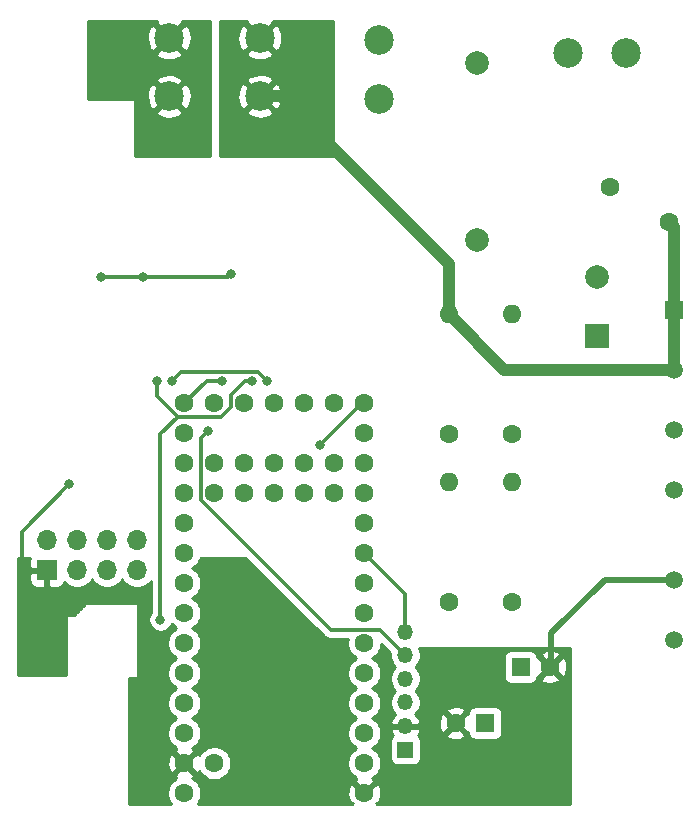
<source format=gbr>
G04 #@! TF.GenerationSoftware,KiCad,Pcbnew,(5.1.5)-3*
G04 #@! TF.CreationDate,2021-03-20T13:22:12+01:00*
G04 #@! TF.ProjectId,ACS71020_complete_teensy,41435337-3130-4323-905f-636f6d706c65,rev?*
G04 #@! TF.SameCoordinates,Original*
G04 #@! TF.FileFunction,Copper,L2,Bot*
G04 #@! TF.FilePolarity,Positive*
%FSLAX46Y46*%
G04 Gerber Fmt 4.6, Leading zero omitted, Abs format (unit mm)*
G04 Created by KiCad (PCBNEW (5.1.5)-3) date 2021-03-20 13:22:13*
%MOMM*%
%LPD*%
G04 APERTURE LIST*
%ADD10O,1.350000X1.350000*%
%ADD11R,1.350000X1.350000*%
%ADD12O,1.700000X1.700000*%
%ADD13R,1.700000X1.700000*%
%ADD14C,2.000000*%
%ADD15R,1.508000X1.508000*%
%ADD16C,1.508000*%
%ADD17C,1.600000*%
%ADD18C,2.500000*%
%ADD19R,2.000000X2.000000*%
%ADD20O,1.600000X1.600000*%
%ADD21R,1.600000X1.600000*%
%ADD22C,0.800000*%
%ADD23C,0.500000*%
%ADD24C,0.300000*%
%ADD25C,1.000000*%
%ADD26C,0.254000*%
G04 APERTURE END LIST*
D10*
X100000000Y-173250000D03*
X100000000Y-175250000D03*
X100000000Y-177250000D03*
X100000000Y-179250000D03*
X100000000Y-181250000D03*
D11*
X100000000Y-183250000D03*
D12*
X77270000Y-165530000D03*
X77270000Y-168070000D03*
X74730000Y-165530000D03*
X74730000Y-168070000D03*
X72190000Y-165530000D03*
X72190000Y-168070000D03*
X69650000Y-165530000D03*
D13*
X69650000Y-168070000D03*
D14*
X106045000Y-125088000D03*
X106045000Y-140088000D03*
D15*
X122700000Y-146000000D03*
D16*
X122700000Y-151080000D03*
X122700000Y-156160000D03*
X122700000Y-161240000D03*
X122700000Y-168860000D03*
X122700000Y-173940000D03*
D17*
X88900000Y-153924000D03*
X86360000Y-153924000D03*
X83820000Y-153924000D03*
X81280000Y-153924000D03*
X91440000Y-153924000D03*
X93980000Y-153924000D03*
X96520000Y-153924000D03*
X81280000Y-156464000D03*
X81280000Y-159004000D03*
X81280000Y-161544000D03*
X81280000Y-164084000D03*
X81280000Y-166624000D03*
X81280000Y-169164000D03*
X81280000Y-171704000D03*
X81280000Y-174244000D03*
X81280000Y-176784000D03*
X81280000Y-179324000D03*
X81280000Y-181864000D03*
X81280000Y-184404000D03*
X81280000Y-186944000D03*
X83820000Y-184404000D03*
X96520000Y-156464000D03*
X96520000Y-159004000D03*
X96520000Y-161544000D03*
X96520000Y-164084000D03*
X96520000Y-166624000D03*
X96520000Y-169164000D03*
X96520000Y-171704000D03*
X96520000Y-174244000D03*
X96520000Y-176784000D03*
X96520000Y-179324000D03*
X96520000Y-181864000D03*
X96520000Y-184404000D03*
X96520000Y-186944000D03*
X83820000Y-159004000D03*
X83820000Y-161544000D03*
X86360000Y-159004000D03*
X86360000Y-161544000D03*
X88900000Y-159004000D03*
X88900000Y-161544000D03*
X91440000Y-159004000D03*
X91440000Y-161544000D03*
X93980000Y-159004000D03*
X93980000Y-161544000D03*
D18*
X113730000Y-124265000D03*
X118680000Y-124265000D03*
D14*
X116205000Y-143193000D03*
D19*
X116205000Y-148193000D03*
D18*
X97790000Y-128140000D03*
X97790000Y-123190000D03*
X87668100Y-127936800D03*
X87668100Y-122986800D03*
X80010000Y-122999500D03*
X80010000Y-127949500D03*
D20*
X109000000Y-146389000D03*
D17*
X109000000Y-156549000D03*
X103660000Y-156549000D03*
D20*
X103660000Y-146389000D03*
D17*
X109000000Y-170750000D03*
D20*
X109000000Y-160590000D03*
X103660000Y-160613000D03*
D17*
X103660000Y-170773000D03*
X117300000Y-135600000D03*
X122300000Y-138600000D03*
D21*
X109750000Y-176250000D03*
D17*
X112250000Y-176250000D03*
X104250000Y-181000000D03*
D21*
X106750000Y-181000000D03*
D22*
X88250000Y-152000000D03*
X80250000Y-152000000D03*
X71555000Y-160800000D03*
X77750000Y-143250000D03*
X85250000Y-143000000D03*
X74250000Y-143250000D03*
X82804000Y-124968000D03*
X82804000Y-126492000D03*
X82804000Y-128016000D03*
X82804000Y-123444000D03*
X82804000Y-121920000D03*
X78232000Y-125730000D03*
X79000000Y-152000000D03*
X87000000Y-152000000D03*
X79250000Y-172250000D03*
X84900000Y-121900000D03*
X84900000Y-123400000D03*
X84900000Y-125000000D03*
X84900000Y-126500000D03*
X84900000Y-128000000D03*
X84500000Y-152000000D03*
X83250000Y-156250000D03*
X92750000Y-157500000D03*
D23*
X112355000Y-173395000D02*
X112355000Y-176403000D01*
X116890000Y-168860000D02*
X122700000Y-168860000D01*
X112355000Y-173395000D02*
X116890000Y-168860000D01*
D24*
X81000001Y-151249999D02*
X80250000Y-152000000D01*
X88250000Y-152000000D02*
X87499999Y-151249999D01*
X87499999Y-151249999D02*
X81000001Y-151249999D01*
X71555000Y-160800000D02*
X67500000Y-164855000D01*
X67500000Y-164855000D02*
X67500000Y-167250000D01*
X68320000Y-168070000D02*
X69650000Y-168070000D01*
X67500000Y-167250000D02*
X68320000Y-168070000D01*
X85000000Y-143250000D02*
X85250000Y-143000000D01*
X77750000Y-143250000D02*
X85000000Y-143250000D01*
X77750000Y-143250000D02*
X74250000Y-143250000D01*
X86434315Y-152000000D02*
X87000000Y-152000000D01*
X85209999Y-153224316D02*
X86434315Y-152000000D01*
X79000000Y-152000000D02*
X79000000Y-153346002D01*
X80727999Y-155074001D02*
X84372001Y-155074001D01*
X79000000Y-153346002D02*
X80727999Y-155074001D01*
X84372001Y-155074001D02*
X85209999Y-154236003D01*
X85209999Y-154236003D02*
X85209999Y-153224316D01*
X79250000Y-156552000D02*
X79250000Y-172250000D01*
X80727999Y-155074001D02*
X79250000Y-156552000D01*
D25*
X89435866Y-127936800D02*
X103660000Y-142160934D01*
X87668100Y-127936800D02*
X89435866Y-127936800D01*
X103660000Y-146389000D02*
X108351000Y-151080000D01*
X103660000Y-142160934D02*
X103660000Y-146389000D01*
X108351000Y-151080000D02*
X122700000Y-151080000D01*
X122700000Y-139000000D02*
X122300000Y-138600000D01*
X122700000Y-146000000D02*
X122700000Y-139000000D01*
X122700000Y-151080000D02*
X122700000Y-146000000D01*
D24*
X81280000Y-153924000D02*
X83204000Y-152000000D01*
X83204000Y-152000000D02*
X84500000Y-152000000D01*
X99325001Y-174575001D02*
X100000000Y-175250000D01*
X93667997Y-173093999D02*
X97843999Y-173093999D01*
X97843999Y-173093999D02*
X99325001Y-174575001D01*
X82669999Y-162096001D02*
X93667997Y-173093999D01*
X82669999Y-156830001D02*
X82669999Y-162096001D01*
X83250000Y-156250000D02*
X82669999Y-156830001D01*
X96326000Y-153924000D02*
X96520000Y-153924000D01*
X92750000Y-157500000D02*
X96326000Y-153924000D01*
X100000000Y-170104000D02*
X96520000Y-166624000D01*
X100000000Y-173250000D02*
X100000000Y-170104000D01*
D26*
G36*
X86534100Y-121673195D02*
G01*
X87668100Y-122807195D01*
X88802100Y-121673195D01*
X88743829Y-121539000D01*
X93873000Y-121539000D01*
X93873000Y-132969000D01*
X84328000Y-132969000D01*
X84328000Y-129250405D01*
X86534100Y-129250405D01*
X86660014Y-129540377D01*
X86992226Y-129706233D01*
X87350412Y-129804090D01*
X87720806Y-129830189D01*
X88089175Y-129783525D01*
X88441362Y-129665894D01*
X88676186Y-129540377D01*
X88802100Y-129250405D01*
X87668100Y-128116405D01*
X86534100Y-129250405D01*
X84328000Y-129250405D01*
X84328000Y-127989506D01*
X85774711Y-127989506D01*
X85821375Y-128357875D01*
X85939006Y-128710062D01*
X86064523Y-128944886D01*
X86354495Y-129070800D01*
X87488495Y-127936800D01*
X87847705Y-127936800D01*
X88981705Y-129070800D01*
X89271677Y-128944886D01*
X89437533Y-128612674D01*
X89535390Y-128254488D01*
X89561489Y-127884094D01*
X89514825Y-127515725D01*
X89397194Y-127163538D01*
X89271677Y-126928714D01*
X88981705Y-126802800D01*
X87847705Y-127936800D01*
X87488495Y-127936800D01*
X86354495Y-126802800D01*
X86064523Y-126928714D01*
X85898667Y-127260926D01*
X85800810Y-127619112D01*
X85774711Y-127989506D01*
X84328000Y-127989506D01*
X84328000Y-126623195D01*
X86534100Y-126623195D01*
X87668100Y-127757195D01*
X88802100Y-126623195D01*
X88676186Y-126333223D01*
X88343974Y-126167367D01*
X87985788Y-126069510D01*
X87615394Y-126043411D01*
X87247025Y-126090075D01*
X86894838Y-126207706D01*
X86660014Y-126333223D01*
X86534100Y-126623195D01*
X84328000Y-126623195D01*
X84328000Y-124300405D01*
X86534100Y-124300405D01*
X86660014Y-124590377D01*
X86992226Y-124756233D01*
X87350412Y-124854090D01*
X87720806Y-124880189D01*
X88089175Y-124833525D01*
X88441362Y-124715894D01*
X88676186Y-124590377D01*
X88802100Y-124300405D01*
X87668100Y-123166405D01*
X86534100Y-124300405D01*
X84328000Y-124300405D01*
X84328000Y-123039506D01*
X85774711Y-123039506D01*
X85821375Y-123407875D01*
X85939006Y-123760062D01*
X86064523Y-123994886D01*
X86354495Y-124120800D01*
X87488495Y-122986800D01*
X87847705Y-122986800D01*
X88981705Y-124120800D01*
X89271677Y-123994886D01*
X89437533Y-123662674D01*
X89535390Y-123304488D01*
X89561489Y-122934094D01*
X89514825Y-122565725D01*
X89397194Y-122213538D01*
X89271677Y-121978714D01*
X88981705Y-121852800D01*
X87847705Y-122986800D01*
X87488495Y-122986800D01*
X86354495Y-121852800D01*
X86064523Y-121978714D01*
X85898667Y-122310926D01*
X85800810Y-122669112D01*
X85774711Y-123039506D01*
X84328000Y-123039506D01*
X84328000Y-121539000D01*
X86592371Y-121539000D01*
X86534100Y-121673195D01*
G37*
X86534100Y-121673195D02*
X87668100Y-122807195D01*
X88802100Y-121673195D01*
X88743829Y-121539000D01*
X93873000Y-121539000D01*
X93873000Y-132969000D01*
X84328000Y-132969000D01*
X84328000Y-129250405D01*
X86534100Y-129250405D01*
X86660014Y-129540377D01*
X86992226Y-129706233D01*
X87350412Y-129804090D01*
X87720806Y-129830189D01*
X88089175Y-129783525D01*
X88441362Y-129665894D01*
X88676186Y-129540377D01*
X88802100Y-129250405D01*
X87668100Y-128116405D01*
X86534100Y-129250405D01*
X84328000Y-129250405D01*
X84328000Y-127989506D01*
X85774711Y-127989506D01*
X85821375Y-128357875D01*
X85939006Y-128710062D01*
X86064523Y-128944886D01*
X86354495Y-129070800D01*
X87488495Y-127936800D01*
X87847705Y-127936800D01*
X88981705Y-129070800D01*
X89271677Y-128944886D01*
X89437533Y-128612674D01*
X89535390Y-128254488D01*
X89561489Y-127884094D01*
X89514825Y-127515725D01*
X89397194Y-127163538D01*
X89271677Y-126928714D01*
X88981705Y-126802800D01*
X87847705Y-127936800D01*
X87488495Y-127936800D01*
X86354495Y-126802800D01*
X86064523Y-126928714D01*
X85898667Y-127260926D01*
X85800810Y-127619112D01*
X85774711Y-127989506D01*
X84328000Y-127989506D01*
X84328000Y-126623195D01*
X86534100Y-126623195D01*
X87668100Y-127757195D01*
X88802100Y-126623195D01*
X88676186Y-126333223D01*
X88343974Y-126167367D01*
X87985788Y-126069510D01*
X87615394Y-126043411D01*
X87247025Y-126090075D01*
X86894838Y-126207706D01*
X86660014Y-126333223D01*
X86534100Y-126623195D01*
X84328000Y-126623195D01*
X84328000Y-124300405D01*
X86534100Y-124300405D01*
X86660014Y-124590377D01*
X86992226Y-124756233D01*
X87350412Y-124854090D01*
X87720806Y-124880189D01*
X88089175Y-124833525D01*
X88441362Y-124715894D01*
X88676186Y-124590377D01*
X88802100Y-124300405D01*
X87668100Y-123166405D01*
X86534100Y-124300405D01*
X84328000Y-124300405D01*
X84328000Y-123039506D01*
X85774711Y-123039506D01*
X85821375Y-123407875D01*
X85939006Y-123760062D01*
X86064523Y-123994886D01*
X86354495Y-124120800D01*
X87488495Y-122986800D01*
X87847705Y-122986800D01*
X88981705Y-124120800D01*
X89271677Y-123994886D01*
X89437533Y-123662674D01*
X89535390Y-123304488D01*
X89561489Y-122934094D01*
X89514825Y-122565725D01*
X89397194Y-122213538D01*
X89271677Y-121978714D01*
X88981705Y-121852800D01*
X87847705Y-122986800D01*
X87488495Y-122986800D01*
X86354495Y-121852800D01*
X86064523Y-121978714D01*
X85898667Y-122310926D01*
X85800810Y-122669112D01*
X85774711Y-123039506D01*
X84328000Y-123039506D01*
X84328000Y-121539000D01*
X86592371Y-121539000D01*
X86534100Y-121673195D01*
G36*
X78940546Y-121537249D02*
G01*
X78876000Y-121685895D01*
X80010000Y-122819895D01*
X81144000Y-121685895D01*
X81079805Y-121538059D01*
X83439000Y-121538952D01*
X83439000Y-132968952D01*
X77127000Y-132966562D01*
X77127000Y-129263105D01*
X78876000Y-129263105D01*
X79001914Y-129553077D01*
X79334126Y-129718933D01*
X79692312Y-129816790D01*
X80062706Y-129842889D01*
X80431075Y-129796225D01*
X80783262Y-129678594D01*
X81018086Y-129553077D01*
X81144000Y-129263105D01*
X80010000Y-128129105D01*
X78876000Y-129263105D01*
X77127000Y-129263105D01*
X77127000Y-128250000D01*
X77124560Y-128225224D01*
X77117333Y-128201399D01*
X77105597Y-128179443D01*
X77089803Y-128160197D01*
X77070557Y-128144403D01*
X77048601Y-128132667D01*
X77024776Y-128125440D01*
X77000000Y-128123000D01*
X73127000Y-128123000D01*
X73127000Y-128002206D01*
X78116611Y-128002206D01*
X78163275Y-128370575D01*
X78280906Y-128722762D01*
X78406423Y-128957586D01*
X78696395Y-129083500D01*
X79830395Y-127949500D01*
X80189605Y-127949500D01*
X81323605Y-129083500D01*
X81613577Y-128957586D01*
X81779433Y-128625374D01*
X81877290Y-128267188D01*
X81903389Y-127896794D01*
X81856725Y-127528425D01*
X81739094Y-127176238D01*
X81613577Y-126941414D01*
X81323605Y-126815500D01*
X80189605Y-127949500D01*
X79830395Y-127949500D01*
X78696395Y-126815500D01*
X78406423Y-126941414D01*
X78240567Y-127273626D01*
X78142710Y-127631812D01*
X78116611Y-128002206D01*
X73127000Y-128002206D01*
X73127000Y-126635895D01*
X78876000Y-126635895D01*
X80010000Y-127769895D01*
X81144000Y-126635895D01*
X81018086Y-126345923D01*
X80685874Y-126180067D01*
X80327688Y-126082210D01*
X79957294Y-126056111D01*
X79588925Y-126102775D01*
X79236738Y-126220406D01*
X79001914Y-126345923D01*
X78876000Y-126635895D01*
X73127000Y-126635895D01*
X73127000Y-124313105D01*
X78876000Y-124313105D01*
X79001914Y-124603077D01*
X79334126Y-124768933D01*
X79692312Y-124866790D01*
X80062706Y-124892889D01*
X80431075Y-124846225D01*
X80783262Y-124728594D01*
X81018086Y-124603077D01*
X81144000Y-124313105D01*
X80010000Y-123179105D01*
X78876000Y-124313105D01*
X73127000Y-124313105D01*
X73127000Y-123052206D01*
X78116611Y-123052206D01*
X78163275Y-123420575D01*
X78280906Y-123772762D01*
X78406423Y-124007586D01*
X78696395Y-124133500D01*
X79830395Y-122999500D01*
X80189605Y-122999500D01*
X81323605Y-124133500D01*
X81613577Y-124007586D01*
X81779433Y-123675374D01*
X81877290Y-123317188D01*
X81903389Y-122946794D01*
X81856725Y-122578425D01*
X81739094Y-122226238D01*
X81613577Y-121991414D01*
X81323605Y-121865500D01*
X80189605Y-122999500D01*
X79830395Y-122999500D01*
X78696395Y-121865500D01*
X78406423Y-121991414D01*
X78240567Y-122323626D01*
X78142710Y-122681812D01*
X78116611Y-123052206D01*
X73127000Y-123052206D01*
X73127000Y-121535048D01*
X78940546Y-121537249D01*
G37*
X78940546Y-121537249D02*
X78876000Y-121685895D01*
X80010000Y-122819895D01*
X81144000Y-121685895D01*
X81079805Y-121538059D01*
X83439000Y-121538952D01*
X83439000Y-132968952D01*
X77127000Y-132966562D01*
X77127000Y-129263105D01*
X78876000Y-129263105D01*
X79001914Y-129553077D01*
X79334126Y-129718933D01*
X79692312Y-129816790D01*
X80062706Y-129842889D01*
X80431075Y-129796225D01*
X80783262Y-129678594D01*
X81018086Y-129553077D01*
X81144000Y-129263105D01*
X80010000Y-128129105D01*
X78876000Y-129263105D01*
X77127000Y-129263105D01*
X77127000Y-128250000D01*
X77124560Y-128225224D01*
X77117333Y-128201399D01*
X77105597Y-128179443D01*
X77089803Y-128160197D01*
X77070557Y-128144403D01*
X77048601Y-128132667D01*
X77024776Y-128125440D01*
X77000000Y-128123000D01*
X73127000Y-128123000D01*
X73127000Y-128002206D01*
X78116611Y-128002206D01*
X78163275Y-128370575D01*
X78280906Y-128722762D01*
X78406423Y-128957586D01*
X78696395Y-129083500D01*
X79830395Y-127949500D01*
X80189605Y-127949500D01*
X81323605Y-129083500D01*
X81613577Y-128957586D01*
X81779433Y-128625374D01*
X81877290Y-128267188D01*
X81903389Y-127896794D01*
X81856725Y-127528425D01*
X81739094Y-127176238D01*
X81613577Y-126941414D01*
X81323605Y-126815500D01*
X80189605Y-127949500D01*
X79830395Y-127949500D01*
X78696395Y-126815500D01*
X78406423Y-126941414D01*
X78240567Y-127273626D01*
X78142710Y-127631812D01*
X78116611Y-128002206D01*
X73127000Y-128002206D01*
X73127000Y-126635895D01*
X78876000Y-126635895D01*
X80010000Y-127769895D01*
X81144000Y-126635895D01*
X81018086Y-126345923D01*
X80685874Y-126180067D01*
X80327688Y-126082210D01*
X79957294Y-126056111D01*
X79588925Y-126102775D01*
X79236738Y-126220406D01*
X79001914Y-126345923D01*
X78876000Y-126635895D01*
X73127000Y-126635895D01*
X73127000Y-124313105D01*
X78876000Y-124313105D01*
X79001914Y-124603077D01*
X79334126Y-124768933D01*
X79692312Y-124866790D01*
X80062706Y-124892889D01*
X80431075Y-124846225D01*
X80783262Y-124728594D01*
X81018086Y-124603077D01*
X81144000Y-124313105D01*
X80010000Y-123179105D01*
X78876000Y-124313105D01*
X73127000Y-124313105D01*
X73127000Y-123052206D01*
X78116611Y-123052206D01*
X78163275Y-123420575D01*
X78280906Y-123772762D01*
X78406423Y-124007586D01*
X78696395Y-124133500D01*
X79830395Y-122999500D01*
X80189605Y-122999500D01*
X81323605Y-124133500D01*
X81613577Y-124007586D01*
X81779433Y-123675374D01*
X81877290Y-123317188D01*
X81903389Y-122946794D01*
X81856725Y-122578425D01*
X81739094Y-122226238D01*
X81613577Y-121991414D01*
X81323605Y-121865500D01*
X80189605Y-122999500D01*
X79830395Y-122999500D01*
X78696395Y-121865500D01*
X78406423Y-121991414D01*
X78240567Y-122323626D01*
X78142710Y-122681812D01*
X78116611Y-123052206D01*
X73127000Y-123052206D01*
X73127000Y-121535048D01*
X78940546Y-121537249D01*
G36*
X68174188Y-167095518D02*
G01*
X68161928Y-167220000D01*
X68165000Y-167784250D01*
X68323750Y-167943000D01*
X69523000Y-167943000D01*
X69523000Y-167923000D01*
X69777000Y-167923000D01*
X69777000Y-167943000D01*
X69797000Y-167943000D01*
X69797000Y-168197000D01*
X69777000Y-168197000D01*
X69777000Y-169396250D01*
X69935750Y-169555000D01*
X70500000Y-169558072D01*
X70624482Y-169545812D01*
X70744180Y-169509502D01*
X70854494Y-169450537D01*
X70951185Y-169371185D01*
X71030537Y-169274494D01*
X71089502Y-169164180D01*
X71111513Y-169091620D01*
X71243368Y-169223475D01*
X71486589Y-169385990D01*
X71756842Y-169497932D01*
X72043740Y-169555000D01*
X72336260Y-169555000D01*
X72623158Y-169497932D01*
X72893411Y-169385990D01*
X73136632Y-169223475D01*
X73343475Y-169016632D01*
X73460000Y-168842240D01*
X73576525Y-169016632D01*
X73783368Y-169223475D01*
X74026589Y-169385990D01*
X74296842Y-169497932D01*
X74583740Y-169555000D01*
X74876260Y-169555000D01*
X75163158Y-169497932D01*
X75433411Y-169385990D01*
X75676632Y-169223475D01*
X75883475Y-169016632D01*
X76000000Y-168842240D01*
X76116525Y-169016632D01*
X76323368Y-169223475D01*
X76566589Y-169385990D01*
X76836842Y-169497932D01*
X77123740Y-169555000D01*
X77416260Y-169555000D01*
X77703158Y-169497932D01*
X77973411Y-169385990D01*
X78216632Y-169223475D01*
X78423475Y-169016632D01*
X78465001Y-168954484D01*
X78465001Y-171571288D01*
X78446063Y-171590226D01*
X78332795Y-171759744D01*
X78254774Y-171948102D01*
X78215000Y-172148061D01*
X78215000Y-172351939D01*
X78254774Y-172551898D01*
X78332795Y-172740256D01*
X78446063Y-172909774D01*
X78590226Y-173053937D01*
X78759744Y-173167205D01*
X78948102Y-173245226D01*
X79148061Y-173285000D01*
X79351939Y-173285000D01*
X79551898Y-173245226D01*
X79740256Y-173167205D01*
X79909774Y-173053937D01*
X80053937Y-172909774D01*
X80167205Y-172740256D01*
X80202251Y-172655647D01*
X80365241Y-172818637D01*
X80597759Y-172974000D01*
X80365241Y-173129363D01*
X80165363Y-173329241D01*
X80008320Y-173564273D01*
X79900147Y-173825426D01*
X79845000Y-174102665D01*
X79845000Y-174385335D01*
X79900147Y-174662574D01*
X80008320Y-174923727D01*
X80165363Y-175158759D01*
X80365241Y-175358637D01*
X80597759Y-175514000D01*
X80365241Y-175669363D01*
X80165363Y-175869241D01*
X80008320Y-176104273D01*
X79900147Y-176365426D01*
X79845000Y-176642665D01*
X79845000Y-176925335D01*
X79900147Y-177202574D01*
X80008320Y-177463727D01*
X80165363Y-177698759D01*
X80365241Y-177898637D01*
X80597759Y-178054000D01*
X80365241Y-178209363D01*
X80165363Y-178409241D01*
X80008320Y-178644273D01*
X79900147Y-178905426D01*
X79845000Y-179182665D01*
X79845000Y-179465335D01*
X79900147Y-179742574D01*
X80008320Y-180003727D01*
X80165363Y-180238759D01*
X80365241Y-180438637D01*
X80597759Y-180594000D01*
X80365241Y-180749363D01*
X80165363Y-180949241D01*
X80008320Y-181184273D01*
X79900147Y-181445426D01*
X79845000Y-181722665D01*
X79845000Y-182005335D01*
X79900147Y-182282574D01*
X80008320Y-182543727D01*
X80165363Y-182778759D01*
X80365241Y-182978637D01*
X80599128Y-183134915D01*
X80538486Y-183167329D01*
X80466903Y-183411298D01*
X81280000Y-184224395D01*
X82093097Y-183411298D01*
X82021514Y-183167329D01*
X81957008Y-183136806D01*
X81959727Y-183135680D01*
X82194759Y-182978637D01*
X82394637Y-182778759D01*
X82551680Y-182543727D01*
X82659853Y-182282574D01*
X82715000Y-182005335D01*
X82715000Y-181722665D01*
X82659853Y-181445426D01*
X82551680Y-181184273D01*
X82394637Y-180949241D01*
X82194759Y-180749363D01*
X81962241Y-180594000D01*
X82194759Y-180438637D01*
X82394637Y-180238759D01*
X82551680Y-180003727D01*
X82659853Y-179742574D01*
X82715000Y-179465335D01*
X82715000Y-179182665D01*
X82659853Y-178905426D01*
X82551680Y-178644273D01*
X82394637Y-178409241D01*
X82194759Y-178209363D01*
X81962241Y-178054000D01*
X82194759Y-177898637D01*
X82394637Y-177698759D01*
X82551680Y-177463727D01*
X82659853Y-177202574D01*
X82715000Y-176925335D01*
X82715000Y-176642665D01*
X82659853Y-176365426D01*
X82551680Y-176104273D01*
X82394637Y-175869241D01*
X82194759Y-175669363D01*
X81962241Y-175514000D01*
X82194759Y-175358637D01*
X82394637Y-175158759D01*
X82551680Y-174923727D01*
X82659853Y-174662574D01*
X82715000Y-174385335D01*
X82715000Y-174102665D01*
X82659853Y-173825426D01*
X82551680Y-173564273D01*
X82394637Y-173329241D01*
X82194759Y-173129363D01*
X81962241Y-172974000D01*
X82194759Y-172818637D01*
X82394637Y-172618759D01*
X82551680Y-172383727D01*
X82659853Y-172122574D01*
X82715000Y-171845335D01*
X82715000Y-171562665D01*
X82659853Y-171285426D01*
X82551680Y-171024273D01*
X82394637Y-170789241D01*
X82194759Y-170589363D01*
X81962241Y-170434000D01*
X82194759Y-170278637D01*
X82394637Y-170078759D01*
X82551680Y-169843727D01*
X82659853Y-169582574D01*
X82715000Y-169305335D01*
X82715000Y-169022665D01*
X82659853Y-168745426D01*
X82551680Y-168484273D01*
X82394637Y-168249241D01*
X82194759Y-168049363D01*
X81962241Y-167894000D01*
X82194759Y-167738637D01*
X82394637Y-167538759D01*
X82551680Y-167303727D01*
X82659853Y-167042574D01*
X82670170Y-166990709D01*
X86456047Y-166992206D01*
X93085655Y-173621815D01*
X93110233Y-173651763D01*
X93140181Y-173676341D01*
X93140184Y-173676344D01*
X93154670Y-173688232D01*
X93229764Y-173749861D01*
X93350405Y-173814344D01*
X93366137Y-173822753D01*
X93514110Y-173867641D01*
X93589023Y-173875019D01*
X93629436Y-173878999D01*
X93629441Y-173878999D01*
X93667997Y-173882796D01*
X93706552Y-173878999D01*
X95129491Y-173878999D01*
X95085000Y-174102665D01*
X95085000Y-174385335D01*
X95140147Y-174662574D01*
X95248320Y-174923727D01*
X95405363Y-175158759D01*
X95605241Y-175358637D01*
X95837759Y-175514000D01*
X95605241Y-175669363D01*
X95405363Y-175869241D01*
X95248320Y-176104273D01*
X95140147Y-176365426D01*
X95085000Y-176642665D01*
X95085000Y-176925335D01*
X95140147Y-177202574D01*
X95248320Y-177463727D01*
X95405363Y-177698759D01*
X95605241Y-177898637D01*
X95837759Y-178054000D01*
X95605241Y-178209363D01*
X95405363Y-178409241D01*
X95248320Y-178644273D01*
X95140147Y-178905426D01*
X95085000Y-179182665D01*
X95085000Y-179465335D01*
X95140147Y-179742574D01*
X95248320Y-180003727D01*
X95405363Y-180238759D01*
X95605241Y-180438637D01*
X95837759Y-180594000D01*
X95605241Y-180749363D01*
X95405363Y-180949241D01*
X95248320Y-181184273D01*
X95140147Y-181445426D01*
X95085000Y-181722665D01*
X95085000Y-182005335D01*
X95140147Y-182282574D01*
X95248320Y-182543727D01*
X95405363Y-182778759D01*
X95605241Y-182978637D01*
X95837759Y-183134000D01*
X95605241Y-183289363D01*
X95405363Y-183489241D01*
X95248320Y-183724273D01*
X95140147Y-183985426D01*
X95085000Y-184262665D01*
X95085000Y-184545335D01*
X95140147Y-184822574D01*
X95248320Y-185083727D01*
X95405363Y-185318759D01*
X95605241Y-185518637D01*
X95839128Y-185674915D01*
X95778486Y-185707329D01*
X95706903Y-185951298D01*
X96520000Y-186764395D01*
X97333097Y-185951298D01*
X97261514Y-185707329D01*
X97197008Y-185676806D01*
X97199727Y-185675680D01*
X97434759Y-185518637D01*
X97634637Y-185318759D01*
X97791680Y-185083727D01*
X97899853Y-184822574D01*
X97955000Y-184545335D01*
X97955000Y-184262665D01*
X97899853Y-183985426D01*
X97791680Y-183724273D01*
X97634637Y-183489241D01*
X97434759Y-183289363D01*
X97202241Y-183134000D01*
X97434759Y-182978637D01*
X97634637Y-182778759D01*
X97770784Y-182575000D01*
X98686928Y-182575000D01*
X98686928Y-183925000D01*
X98699188Y-184049482D01*
X98735498Y-184169180D01*
X98794463Y-184279494D01*
X98873815Y-184376185D01*
X98970506Y-184455537D01*
X99080820Y-184514502D01*
X99200518Y-184550812D01*
X99325000Y-184563072D01*
X100675000Y-184563072D01*
X100799482Y-184550812D01*
X100919180Y-184514502D01*
X101029494Y-184455537D01*
X101126185Y-184376185D01*
X101205537Y-184279494D01*
X101264502Y-184169180D01*
X101300812Y-184049482D01*
X101313072Y-183925000D01*
X101313072Y-182575000D01*
X101300812Y-182450518D01*
X101264502Y-182330820D01*
X101205537Y-182220506D01*
X101126185Y-182123815D01*
X101032441Y-182046881D01*
X101071893Y-181992702D01*
X103436903Y-181992702D01*
X103508486Y-182236671D01*
X103763996Y-182357571D01*
X104038184Y-182426300D01*
X104320512Y-182440217D01*
X104600130Y-182398787D01*
X104866292Y-182303603D01*
X104991514Y-182236671D01*
X105063097Y-181992702D01*
X104250000Y-181179605D01*
X103436903Y-181992702D01*
X101071893Y-181992702D01*
X101129473Y-181913629D01*
X101237238Y-181680528D01*
X101267910Y-181579400D01*
X101144224Y-181377000D01*
X100127000Y-181377000D01*
X100127000Y-181397000D01*
X99873000Y-181397000D01*
X99873000Y-181377000D01*
X98855776Y-181377000D01*
X98732090Y-181579400D01*
X98762762Y-181680528D01*
X98870527Y-181913629D01*
X98967559Y-182046881D01*
X98873815Y-182123815D01*
X98794463Y-182220506D01*
X98735498Y-182330820D01*
X98699188Y-182450518D01*
X98686928Y-182575000D01*
X97770784Y-182575000D01*
X97791680Y-182543727D01*
X97899853Y-182282574D01*
X97955000Y-182005335D01*
X97955000Y-181722665D01*
X97899853Y-181445426D01*
X97791680Y-181184273D01*
X97634637Y-180949241D01*
X97434759Y-180749363D01*
X97202241Y-180594000D01*
X97434759Y-180438637D01*
X97634637Y-180238759D01*
X97791680Y-180003727D01*
X97899853Y-179742574D01*
X97955000Y-179465335D01*
X97955000Y-179182665D01*
X97899853Y-178905426D01*
X97791680Y-178644273D01*
X97634637Y-178409241D01*
X97434759Y-178209363D01*
X97202241Y-178054000D01*
X97434759Y-177898637D01*
X97634637Y-177698759D01*
X97791680Y-177463727D01*
X97899853Y-177202574D01*
X97955000Y-176925335D01*
X97955000Y-176642665D01*
X97899853Y-176365426D01*
X97791680Y-176104273D01*
X97634637Y-175869241D01*
X97434759Y-175669363D01*
X97202241Y-175514000D01*
X97434759Y-175358637D01*
X97634637Y-175158759D01*
X97791680Y-174923727D01*
X97899853Y-174662574D01*
X97955000Y-174385335D01*
X97955000Y-174315157D01*
X98701749Y-175061907D01*
X98690000Y-175120976D01*
X98690000Y-175379024D01*
X98740342Y-175632113D01*
X98839093Y-175870518D01*
X98982456Y-176085077D01*
X99147379Y-176250000D01*
X98982456Y-176414923D01*
X98839093Y-176629482D01*
X98740342Y-176867887D01*
X98690000Y-177120976D01*
X98690000Y-177379024D01*
X98740342Y-177632113D01*
X98839093Y-177870518D01*
X98982456Y-178085077D01*
X99147379Y-178250000D01*
X98982456Y-178414923D01*
X98839093Y-178629482D01*
X98740342Y-178867887D01*
X98690000Y-179120976D01*
X98690000Y-179379024D01*
X98740342Y-179632113D01*
X98839093Y-179870518D01*
X98982456Y-180085077D01*
X99154060Y-180256681D01*
X99021697Y-180378773D01*
X98870527Y-180586371D01*
X98762762Y-180819472D01*
X98732090Y-180920600D01*
X98855776Y-181123000D01*
X99873000Y-181123000D01*
X99873000Y-181103000D01*
X100127000Y-181103000D01*
X100127000Y-181123000D01*
X101144224Y-181123000D01*
X101176299Y-181070512D01*
X102809783Y-181070512D01*
X102851213Y-181350130D01*
X102946397Y-181616292D01*
X103013329Y-181741514D01*
X103257298Y-181813097D01*
X104070395Y-181000000D01*
X104429605Y-181000000D01*
X105242702Y-181813097D01*
X105311928Y-181792785D01*
X105311928Y-181800000D01*
X105324188Y-181924482D01*
X105360498Y-182044180D01*
X105419463Y-182154494D01*
X105498815Y-182251185D01*
X105595506Y-182330537D01*
X105705820Y-182389502D01*
X105825518Y-182425812D01*
X105950000Y-182438072D01*
X107550000Y-182438072D01*
X107674482Y-182425812D01*
X107794180Y-182389502D01*
X107904494Y-182330537D01*
X108001185Y-182251185D01*
X108080537Y-182154494D01*
X108139502Y-182044180D01*
X108175812Y-181924482D01*
X108188072Y-181800000D01*
X108188072Y-180200000D01*
X108175812Y-180075518D01*
X108139502Y-179955820D01*
X108080537Y-179845506D01*
X108001185Y-179748815D01*
X107904494Y-179669463D01*
X107794180Y-179610498D01*
X107674482Y-179574188D01*
X107550000Y-179561928D01*
X105950000Y-179561928D01*
X105825518Y-179574188D01*
X105705820Y-179610498D01*
X105595506Y-179669463D01*
X105498815Y-179748815D01*
X105419463Y-179845506D01*
X105360498Y-179955820D01*
X105324188Y-180075518D01*
X105311928Y-180200000D01*
X105311928Y-180207215D01*
X105242702Y-180186903D01*
X104429605Y-181000000D01*
X104070395Y-181000000D01*
X103257298Y-180186903D01*
X103013329Y-180258486D01*
X102892429Y-180513996D01*
X102823700Y-180788184D01*
X102809783Y-181070512D01*
X101176299Y-181070512D01*
X101267910Y-180920600D01*
X101237238Y-180819472D01*
X101129473Y-180586371D01*
X100978303Y-180378773D01*
X100845940Y-180256681D01*
X101017544Y-180085077D01*
X101069513Y-180007298D01*
X103436903Y-180007298D01*
X104250000Y-180820395D01*
X105063097Y-180007298D01*
X104991514Y-179763329D01*
X104736004Y-179642429D01*
X104461816Y-179573700D01*
X104179488Y-179559783D01*
X103899870Y-179601213D01*
X103633708Y-179696397D01*
X103508486Y-179763329D01*
X103436903Y-180007298D01*
X101069513Y-180007298D01*
X101160907Y-179870518D01*
X101259658Y-179632113D01*
X101310000Y-179379024D01*
X101310000Y-179120976D01*
X101259658Y-178867887D01*
X101160907Y-178629482D01*
X101017544Y-178414923D01*
X100852621Y-178250000D01*
X101017544Y-178085077D01*
X101160907Y-177870518D01*
X101259658Y-177632113D01*
X101310000Y-177379024D01*
X101310000Y-177120976D01*
X101259658Y-176867887D01*
X101160907Y-176629482D01*
X101017544Y-176414923D01*
X100852621Y-176250000D01*
X101017544Y-176085077D01*
X101160907Y-175870518D01*
X101259658Y-175632113D01*
X101295882Y-175450000D01*
X108311928Y-175450000D01*
X108311928Y-177050000D01*
X108324188Y-177174482D01*
X108360498Y-177294180D01*
X108419463Y-177404494D01*
X108498815Y-177501185D01*
X108595506Y-177580537D01*
X108705820Y-177639502D01*
X108825518Y-177675812D01*
X108950000Y-177688072D01*
X110550000Y-177688072D01*
X110674482Y-177675812D01*
X110794180Y-177639502D01*
X110904494Y-177580537D01*
X111001185Y-177501185D01*
X111080537Y-177404494D01*
X111139502Y-177294180D01*
X111155117Y-177242702D01*
X111436903Y-177242702D01*
X111508486Y-177486671D01*
X111763996Y-177607571D01*
X112038184Y-177676300D01*
X112320512Y-177690217D01*
X112600130Y-177648787D01*
X112866292Y-177553603D01*
X112991514Y-177486671D01*
X113063097Y-177242702D01*
X112250000Y-176429605D01*
X111436903Y-177242702D01*
X111155117Y-177242702D01*
X111175812Y-177174482D01*
X111188072Y-177050000D01*
X111188072Y-177042785D01*
X111257298Y-177063097D01*
X112070395Y-176250000D01*
X112429605Y-176250000D01*
X113242702Y-177063097D01*
X113486671Y-176991514D01*
X113607571Y-176736004D01*
X113676300Y-176461816D01*
X113690217Y-176179488D01*
X113648787Y-175899870D01*
X113553603Y-175633708D01*
X113486671Y-175508486D01*
X113242702Y-175436903D01*
X112429605Y-176250000D01*
X112070395Y-176250000D01*
X111257298Y-175436903D01*
X111188072Y-175457215D01*
X111188072Y-175450000D01*
X111175812Y-175325518D01*
X111155118Y-175257298D01*
X111436903Y-175257298D01*
X112250000Y-176070395D01*
X113063097Y-175257298D01*
X112991514Y-175013329D01*
X112736004Y-174892429D01*
X112461816Y-174823700D01*
X112179488Y-174809783D01*
X111899870Y-174851213D01*
X111633708Y-174946397D01*
X111508486Y-175013329D01*
X111436903Y-175257298D01*
X111155118Y-175257298D01*
X111139502Y-175205820D01*
X111080537Y-175095506D01*
X111001185Y-174998815D01*
X110904494Y-174919463D01*
X110794180Y-174860498D01*
X110674482Y-174824188D01*
X110550000Y-174811928D01*
X108950000Y-174811928D01*
X108825518Y-174824188D01*
X108705820Y-174860498D01*
X108595506Y-174919463D01*
X108498815Y-174998815D01*
X108419463Y-175095506D01*
X108360498Y-175205820D01*
X108324188Y-175325518D01*
X108311928Y-175450000D01*
X101295882Y-175450000D01*
X101310000Y-175379024D01*
X101310000Y-175120976D01*
X101259658Y-174867887D01*
X101160907Y-174629482D01*
X101159249Y-174627000D01*
X113973000Y-174627000D01*
X113973000Y-187840000D01*
X97595607Y-187840000D01*
X97512704Y-187757097D01*
X97756671Y-187685514D01*
X97877571Y-187430004D01*
X97946300Y-187155816D01*
X97960217Y-186873488D01*
X97918787Y-186593870D01*
X97823603Y-186327708D01*
X97756671Y-186202486D01*
X97512702Y-186130903D01*
X96699605Y-186944000D01*
X96713748Y-186958143D01*
X96534143Y-187137748D01*
X96520000Y-187123605D01*
X96505858Y-187137748D01*
X96326253Y-186958143D01*
X96340395Y-186944000D01*
X95527298Y-186130903D01*
X95283329Y-186202486D01*
X95162429Y-186457996D01*
X95093700Y-186732184D01*
X95079783Y-187014512D01*
X95121213Y-187294130D01*
X95216397Y-187560292D01*
X95283329Y-187685514D01*
X95527296Y-187757097D01*
X95444393Y-187840000D01*
X82407171Y-187840000D01*
X82551680Y-187623727D01*
X82659853Y-187362574D01*
X82715000Y-187085335D01*
X82715000Y-186802665D01*
X82659853Y-186525426D01*
X82551680Y-186264273D01*
X82394637Y-186029241D01*
X82194759Y-185829363D01*
X81960872Y-185673085D01*
X82021514Y-185640671D01*
X82093097Y-185396702D01*
X81280000Y-184583605D01*
X80466903Y-185396702D01*
X80538486Y-185640671D01*
X80602992Y-185671194D01*
X80600273Y-185672320D01*
X80365241Y-185829363D01*
X80165363Y-186029241D01*
X80008320Y-186264273D01*
X79900147Y-186525426D01*
X79845000Y-186802665D01*
X79845000Y-187085335D01*
X79900147Y-187362574D01*
X80008320Y-187623727D01*
X80152829Y-187840000D01*
X76627000Y-187840000D01*
X76627000Y-184474512D01*
X79839783Y-184474512D01*
X79881213Y-184754130D01*
X79976397Y-185020292D01*
X80043329Y-185145514D01*
X80287298Y-185217097D01*
X81100395Y-184404000D01*
X81459605Y-184404000D01*
X82272702Y-185217097D01*
X82516671Y-185145514D01*
X82547194Y-185081008D01*
X82548320Y-185083727D01*
X82705363Y-185318759D01*
X82905241Y-185518637D01*
X83140273Y-185675680D01*
X83401426Y-185783853D01*
X83678665Y-185839000D01*
X83961335Y-185839000D01*
X84238574Y-185783853D01*
X84499727Y-185675680D01*
X84734759Y-185518637D01*
X84934637Y-185318759D01*
X85091680Y-185083727D01*
X85199853Y-184822574D01*
X85255000Y-184545335D01*
X85255000Y-184262665D01*
X85199853Y-183985426D01*
X85091680Y-183724273D01*
X84934637Y-183489241D01*
X84734759Y-183289363D01*
X84499727Y-183132320D01*
X84238574Y-183024147D01*
X83961335Y-182969000D01*
X83678665Y-182969000D01*
X83401426Y-183024147D01*
X83140273Y-183132320D01*
X82905241Y-183289363D01*
X82705363Y-183489241D01*
X82549085Y-183723128D01*
X82516671Y-183662486D01*
X82272702Y-183590903D01*
X81459605Y-184404000D01*
X81100395Y-184404000D01*
X80287298Y-183590903D01*
X80043329Y-183662486D01*
X79922429Y-183917996D01*
X79853700Y-184192184D01*
X79839783Y-184474512D01*
X76627000Y-184474512D01*
X76627000Y-177165000D01*
X77216000Y-177165000D01*
X77240776Y-177162560D01*
X77264601Y-177155333D01*
X77286557Y-177143597D01*
X77305803Y-177127803D01*
X77321597Y-177108557D01*
X77333333Y-177086601D01*
X77340560Y-177062776D01*
X77343000Y-177038000D01*
X77343000Y-170942000D01*
X77340560Y-170917224D01*
X77333333Y-170893399D01*
X77321597Y-170871443D01*
X77305803Y-170852197D01*
X77286557Y-170836403D01*
X77264601Y-170824667D01*
X77240776Y-170817440D01*
X77216000Y-170815000D01*
X72898000Y-170815000D01*
X72873224Y-170817440D01*
X72849399Y-170824667D01*
X72827443Y-170836403D01*
X72808197Y-170852197D01*
X72792403Y-170871443D01*
X72780667Y-170893399D01*
X72773440Y-170917224D01*
X72771000Y-170942000D01*
X72771000Y-171069000D01*
X72644000Y-171069000D01*
X72619224Y-171071440D01*
X72595399Y-171078667D01*
X72573443Y-171090403D01*
X72554197Y-171106197D01*
X72538403Y-171125443D01*
X72526667Y-171147399D01*
X72519440Y-171171224D01*
X72517000Y-171196000D01*
X72517000Y-171323000D01*
X72390000Y-171323000D01*
X72365224Y-171325440D01*
X72341399Y-171332667D01*
X72319443Y-171344403D01*
X72300197Y-171360197D01*
X72284403Y-171379443D01*
X72272667Y-171401399D01*
X72265440Y-171425224D01*
X72263000Y-171450000D01*
X72263000Y-171577000D01*
X72136000Y-171577000D01*
X72111224Y-171579440D01*
X72087399Y-171586667D01*
X72065443Y-171598403D01*
X72046197Y-171614197D01*
X72030403Y-171633443D01*
X72018667Y-171655399D01*
X72011440Y-171679224D01*
X72009000Y-171704000D01*
X72009000Y-171831000D01*
X71374000Y-171831000D01*
X71349224Y-171833440D01*
X71325399Y-171840667D01*
X71303443Y-171852403D01*
X71284197Y-171868197D01*
X71268403Y-171887443D01*
X71256667Y-171909399D01*
X71249440Y-171933224D01*
X71247000Y-171958000D01*
X71247000Y-176973000D01*
X67208000Y-176973000D01*
X67208000Y-168920000D01*
X68161928Y-168920000D01*
X68174188Y-169044482D01*
X68210498Y-169164180D01*
X68269463Y-169274494D01*
X68348815Y-169371185D01*
X68445506Y-169450537D01*
X68555820Y-169509502D01*
X68675518Y-169545812D01*
X68800000Y-169558072D01*
X69364250Y-169555000D01*
X69523000Y-169396250D01*
X69523000Y-168197000D01*
X68323750Y-168197000D01*
X68165000Y-168355750D01*
X68161928Y-168920000D01*
X67208000Y-168920000D01*
X67208000Y-166987000D01*
X68207107Y-166987000D01*
X68174188Y-167095518D01*
G37*
X68174188Y-167095518D02*
X68161928Y-167220000D01*
X68165000Y-167784250D01*
X68323750Y-167943000D01*
X69523000Y-167943000D01*
X69523000Y-167923000D01*
X69777000Y-167923000D01*
X69777000Y-167943000D01*
X69797000Y-167943000D01*
X69797000Y-168197000D01*
X69777000Y-168197000D01*
X69777000Y-169396250D01*
X69935750Y-169555000D01*
X70500000Y-169558072D01*
X70624482Y-169545812D01*
X70744180Y-169509502D01*
X70854494Y-169450537D01*
X70951185Y-169371185D01*
X71030537Y-169274494D01*
X71089502Y-169164180D01*
X71111513Y-169091620D01*
X71243368Y-169223475D01*
X71486589Y-169385990D01*
X71756842Y-169497932D01*
X72043740Y-169555000D01*
X72336260Y-169555000D01*
X72623158Y-169497932D01*
X72893411Y-169385990D01*
X73136632Y-169223475D01*
X73343475Y-169016632D01*
X73460000Y-168842240D01*
X73576525Y-169016632D01*
X73783368Y-169223475D01*
X74026589Y-169385990D01*
X74296842Y-169497932D01*
X74583740Y-169555000D01*
X74876260Y-169555000D01*
X75163158Y-169497932D01*
X75433411Y-169385990D01*
X75676632Y-169223475D01*
X75883475Y-169016632D01*
X76000000Y-168842240D01*
X76116525Y-169016632D01*
X76323368Y-169223475D01*
X76566589Y-169385990D01*
X76836842Y-169497932D01*
X77123740Y-169555000D01*
X77416260Y-169555000D01*
X77703158Y-169497932D01*
X77973411Y-169385990D01*
X78216632Y-169223475D01*
X78423475Y-169016632D01*
X78465001Y-168954484D01*
X78465001Y-171571288D01*
X78446063Y-171590226D01*
X78332795Y-171759744D01*
X78254774Y-171948102D01*
X78215000Y-172148061D01*
X78215000Y-172351939D01*
X78254774Y-172551898D01*
X78332795Y-172740256D01*
X78446063Y-172909774D01*
X78590226Y-173053937D01*
X78759744Y-173167205D01*
X78948102Y-173245226D01*
X79148061Y-173285000D01*
X79351939Y-173285000D01*
X79551898Y-173245226D01*
X79740256Y-173167205D01*
X79909774Y-173053937D01*
X80053937Y-172909774D01*
X80167205Y-172740256D01*
X80202251Y-172655647D01*
X80365241Y-172818637D01*
X80597759Y-172974000D01*
X80365241Y-173129363D01*
X80165363Y-173329241D01*
X80008320Y-173564273D01*
X79900147Y-173825426D01*
X79845000Y-174102665D01*
X79845000Y-174385335D01*
X79900147Y-174662574D01*
X80008320Y-174923727D01*
X80165363Y-175158759D01*
X80365241Y-175358637D01*
X80597759Y-175514000D01*
X80365241Y-175669363D01*
X80165363Y-175869241D01*
X80008320Y-176104273D01*
X79900147Y-176365426D01*
X79845000Y-176642665D01*
X79845000Y-176925335D01*
X79900147Y-177202574D01*
X80008320Y-177463727D01*
X80165363Y-177698759D01*
X80365241Y-177898637D01*
X80597759Y-178054000D01*
X80365241Y-178209363D01*
X80165363Y-178409241D01*
X80008320Y-178644273D01*
X79900147Y-178905426D01*
X79845000Y-179182665D01*
X79845000Y-179465335D01*
X79900147Y-179742574D01*
X80008320Y-180003727D01*
X80165363Y-180238759D01*
X80365241Y-180438637D01*
X80597759Y-180594000D01*
X80365241Y-180749363D01*
X80165363Y-180949241D01*
X80008320Y-181184273D01*
X79900147Y-181445426D01*
X79845000Y-181722665D01*
X79845000Y-182005335D01*
X79900147Y-182282574D01*
X80008320Y-182543727D01*
X80165363Y-182778759D01*
X80365241Y-182978637D01*
X80599128Y-183134915D01*
X80538486Y-183167329D01*
X80466903Y-183411298D01*
X81280000Y-184224395D01*
X82093097Y-183411298D01*
X82021514Y-183167329D01*
X81957008Y-183136806D01*
X81959727Y-183135680D01*
X82194759Y-182978637D01*
X82394637Y-182778759D01*
X82551680Y-182543727D01*
X82659853Y-182282574D01*
X82715000Y-182005335D01*
X82715000Y-181722665D01*
X82659853Y-181445426D01*
X82551680Y-181184273D01*
X82394637Y-180949241D01*
X82194759Y-180749363D01*
X81962241Y-180594000D01*
X82194759Y-180438637D01*
X82394637Y-180238759D01*
X82551680Y-180003727D01*
X82659853Y-179742574D01*
X82715000Y-179465335D01*
X82715000Y-179182665D01*
X82659853Y-178905426D01*
X82551680Y-178644273D01*
X82394637Y-178409241D01*
X82194759Y-178209363D01*
X81962241Y-178054000D01*
X82194759Y-177898637D01*
X82394637Y-177698759D01*
X82551680Y-177463727D01*
X82659853Y-177202574D01*
X82715000Y-176925335D01*
X82715000Y-176642665D01*
X82659853Y-176365426D01*
X82551680Y-176104273D01*
X82394637Y-175869241D01*
X82194759Y-175669363D01*
X81962241Y-175514000D01*
X82194759Y-175358637D01*
X82394637Y-175158759D01*
X82551680Y-174923727D01*
X82659853Y-174662574D01*
X82715000Y-174385335D01*
X82715000Y-174102665D01*
X82659853Y-173825426D01*
X82551680Y-173564273D01*
X82394637Y-173329241D01*
X82194759Y-173129363D01*
X81962241Y-172974000D01*
X82194759Y-172818637D01*
X82394637Y-172618759D01*
X82551680Y-172383727D01*
X82659853Y-172122574D01*
X82715000Y-171845335D01*
X82715000Y-171562665D01*
X82659853Y-171285426D01*
X82551680Y-171024273D01*
X82394637Y-170789241D01*
X82194759Y-170589363D01*
X81962241Y-170434000D01*
X82194759Y-170278637D01*
X82394637Y-170078759D01*
X82551680Y-169843727D01*
X82659853Y-169582574D01*
X82715000Y-169305335D01*
X82715000Y-169022665D01*
X82659853Y-168745426D01*
X82551680Y-168484273D01*
X82394637Y-168249241D01*
X82194759Y-168049363D01*
X81962241Y-167894000D01*
X82194759Y-167738637D01*
X82394637Y-167538759D01*
X82551680Y-167303727D01*
X82659853Y-167042574D01*
X82670170Y-166990709D01*
X86456047Y-166992206D01*
X93085655Y-173621815D01*
X93110233Y-173651763D01*
X93140181Y-173676341D01*
X93140184Y-173676344D01*
X93154670Y-173688232D01*
X93229764Y-173749861D01*
X93350405Y-173814344D01*
X93366137Y-173822753D01*
X93514110Y-173867641D01*
X93589023Y-173875019D01*
X93629436Y-173878999D01*
X93629441Y-173878999D01*
X93667997Y-173882796D01*
X93706552Y-173878999D01*
X95129491Y-173878999D01*
X95085000Y-174102665D01*
X95085000Y-174385335D01*
X95140147Y-174662574D01*
X95248320Y-174923727D01*
X95405363Y-175158759D01*
X95605241Y-175358637D01*
X95837759Y-175514000D01*
X95605241Y-175669363D01*
X95405363Y-175869241D01*
X95248320Y-176104273D01*
X95140147Y-176365426D01*
X95085000Y-176642665D01*
X95085000Y-176925335D01*
X95140147Y-177202574D01*
X95248320Y-177463727D01*
X95405363Y-177698759D01*
X95605241Y-177898637D01*
X95837759Y-178054000D01*
X95605241Y-178209363D01*
X95405363Y-178409241D01*
X95248320Y-178644273D01*
X95140147Y-178905426D01*
X95085000Y-179182665D01*
X95085000Y-179465335D01*
X95140147Y-179742574D01*
X95248320Y-180003727D01*
X95405363Y-180238759D01*
X95605241Y-180438637D01*
X95837759Y-180594000D01*
X95605241Y-180749363D01*
X95405363Y-180949241D01*
X95248320Y-181184273D01*
X95140147Y-181445426D01*
X95085000Y-181722665D01*
X95085000Y-182005335D01*
X95140147Y-182282574D01*
X95248320Y-182543727D01*
X95405363Y-182778759D01*
X95605241Y-182978637D01*
X95837759Y-183134000D01*
X95605241Y-183289363D01*
X95405363Y-183489241D01*
X95248320Y-183724273D01*
X95140147Y-183985426D01*
X95085000Y-184262665D01*
X95085000Y-184545335D01*
X95140147Y-184822574D01*
X95248320Y-185083727D01*
X95405363Y-185318759D01*
X95605241Y-185518637D01*
X95839128Y-185674915D01*
X95778486Y-185707329D01*
X95706903Y-185951298D01*
X96520000Y-186764395D01*
X97333097Y-185951298D01*
X97261514Y-185707329D01*
X97197008Y-185676806D01*
X97199727Y-185675680D01*
X97434759Y-185518637D01*
X97634637Y-185318759D01*
X97791680Y-185083727D01*
X97899853Y-184822574D01*
X97955000Y-184545335D01*
X97955000Y-184262665D01*
X97899853Y-183985426D01*
X97791680Y-183724273D01*
X97634637Y-183489241D01*
X97434759Y-183289363D01*
X97202241Y-183134000D01*
X97434759Y-182978637D01*
X97634637Y-182778759D01*
X97770784Y-182575000D01*
X98686928Y-182575000D01*
X98686928Y-183925000D01*
X98699188Y-184049482D01*
X98735498Y-184169180D01*
X98794463Y-184279494D01*
X98873815Y-184376185D01*
X98970506Y-184455537D01*
X99080820Y-184514502D01*
X99200518Y-184550812D01*
X99325000Y-184563072D01*
X100675000Y-184563072D01*
X100799482Y-184550812D01*
X100919180Y-184514502D01*
X101029494Y-184455537D01*
X101126185Y-184376185D01*
X101205537Y-184279494D01*
X101264502Y-184169180D01*
X101300812Y-184049482D01*
X101313072Y-183925000D01*
X101313072Y-182575000D01*
X101300812Y-182450518D01*
X101264502Y-182330820D01*
X101205537Y-182220506D01*
X101126185Y-182123815D01*
X101032441Y-182046881D01*
X101071893Y-181992702D01*
X103436903Y-181992702D01*
X103508486Y-182236671D01*
X103763996Y-182357571D01*
X104038184Y-182426300D01*
X104320512Y-182440217D01*
X104600130Y-182398787D01*
X104866292Y-182303603D01*
X104991514Y-182236671D01*
X105063097Y-181992702D01*
X104250000Y-181179605D01*
X103436903Y-181992702D01*
X101071893Y-181992702D01*
X101129473Y-181913629D01*
X101237238Y-181680528D01*
X101267910Y-181579400D01*
X101144224Y-181377000D01*
X100127000Y-181377000D01*
X100127000Y-181397000D01*
X99873000Y-181397000D01*
X99873000Y-181377000D01*
X98855776Y-181377000D01*
X98732090Y-181579400D01*
X98762762Y-181680528D01*
X98870527Y-181913629D01*
X98967559Y-182046881D01*
X98873815Y-182123815D01*
X98794463Y-182220506D01*
X98735498Y-182330820D01*
X98699188Y-182450518D01*
X98686928Y-182575000D01*
X97770784Y-182575000D01*
X97791680Y-182543727D01*
X97899853Y-182282574D01*
X97955000Y-182005335D01*
X97955000Y-181722665D01*
X97899853Y-181445426D01*
X97791680Y-181184273D01*
X97634637Y-180949241D01*
X97434759Y-180749363D01*
X97202241Y-180594000D01*
X97434759Y-180438637D01*
X97634637Y-180238759D01*
X97791680Y-180003727D01*
X97899853Y-179742574D01*
X97955000Y-179465335D01*
X97955000Y-179182665D01*
X97899853Y-178905426D01*
X97791680Y-178644273D01*
X97634637Y-178409241D01*
X97434759Y-178209363D01*
X97202241Y-178054000D01*
X97434759Y-177898637D01*
X97634637Y-177698759D01*
X97791680Y-177463727D01*
X97899853Y-177202574D01*
X97955000Y-176925335D01*
X97955000Y-176642665D01*
X97899853Y-176365426D01*
X97791680Y-176104273D01*
X97634637Y-175869241D01*
X97434759Y-175669363D01*
X97202241Y-175514000D01*
X97434759Y-175358637D01*
X97634637Y-175158759D01*
X97791680Y-174923727D01*
X97899853Y-174662574D01*
X97955000Y-174385335D01*
X97955000Y-174315157D01*
X98701749Y-175061907D01*
X98690000Y-175120976D01*
X98690000Y-175379024D01*
X98740342Y-175632113D01*
X98839093Y-175870518D01*
X98982456Y-176085077D01*
X99147379Y-176250000D01*
X98982456Y-176414923D01*
X98839093Y-176629482D01*
X98740342Y-176867887D01*
X98690000Y-177120976D01*
X98690000Y-177379024D01*
X98740342Y-177632113D01*
X98839093Y-177870518D01*
X98982456Y-178085077D01*
X99147379Y-178250000D01*
X98982456Y-178414923D01*
X98839093Y-178629482D01*
X98740342Y-178867887D01*
X98690000Y-179120976D01*
X98690000Y-179379024D01*
X98740342Y-179632113D01*
X98839093Y-179870518D01*
X98982456Y-180085077D01*
X99154060Y-180256681D01*
X99021697Y-180378773D01*
X98870527Y-180586371D01*
X98762762Y-180819472D01*
X98732090Y-180920600D01*
X98855776Y-181123000D01*
X99873000Y-181123000D01*
X99873000Y-181103000D01*
X100127000Y-181103000D01*
X100127000Y-181123000D01*
X101144224Y-181123000D01*
X101176299Y-181070512D01*
X102809783Y-181070512D01*
X102851213Y-181350130D01*
X102946397Y-181616292D01*
X103013329Y-181741514D01*
X103257298Y-181813097D01*
X104070395Y-181000000D01*
X104429605Y-181000000D01*
X105242702Y-181813097D01*
X105311928Y-181792785D01*
X105311928Y-181800000D01*
X105324188Y-181924482D01*
X105360498Y-182044180D01*
X105419463Y-182154494D01*
X105498815Y-182251185D01*
X105595506Y-182330537D01*
X105705820Y-182389502D01*
X105825518Y-182425812D01*
X105950000Y-182438072D01*
X107550000Y-182438072D01*
X107674482Y-182425812D01*
X107794180Y-182389502D01*
X107904494Y-182330537D01*
X108001185Y-182251185D01*
X108080537Y-182154494D01*
X108139502Y-182044180D01*
X108175812Y-181924482D01*
X108188072Y-181800000D01*
X108188072Y-180200000D01*
X108175812Y-180075518D01*
X108139502Y-179955820D01*
X108080537Y-179845506D01*
X108001185Y-179748815D01*
X107904494Y-179669463D01*
X107794180Y-179610498D01*
X107674482Y-179574188D01*
X107550000Y-179561928D01*
X105950000Y-179561928D01*
X105825518Y-179574188D01*
X105705820Y-179610498D01*
X105595506Y-179669463D01*
X105498815Y-179748815D01*
X105419463Y-179845506D01*
X105360498Y-179955820D01*
X105324188Y-180075518D01*
X105311928Y-180200000D01*
X105311928Y-180207215D01*
X105242702Y-180186903D01*
X104429605Y-181000000D01*
X104070395Y-181000000D01*
X103257298Y-180186903D01*
X103013329Y-180258486D01*
X102892429Y-180513996D01*
X102823700Y-180788184D01*
X102809783Y-181070512D01*
X101176299Y-181070512D01*
X101267910Y-180920600D01*
X101237238Y-180819472D01*
X101129473Y-180586371D01*
X100978303Y-180378773D01*
X100845940Y-180256681D01*
X101017544Y-180085077D01*
X101069513Y-180007298D01*
X103436903Y-180007298D01*
X104250000Y-180820395D01*
X105063097Y-180007298D01*
X104991514Y-179763329D01*
X104736004Y-179642429D01*
X104461816Y-179573700D01*
X104179488Y-179559783D01*
X103899870Y-179601213D01*
X103633708Y-179696397D01*
X103508486Y-179763329D01*
X103436903Y-180007298D01*
X101069513Y-180007298D01*
X101160907Y-179870518D01*
X101259658Y-179632113D01*
X101310000Y-179379024D01*
X101310000Y-179120976D01*
X101259658Y-178867887D01*
X101160907Y-178629482D01*
X101017544Y-178414923D01*
X100852621Y-178250000D01*
X101017544Y-178085077D01*
X101160907Y-177870518D01*
X101259658Y-177632113D01*
X101310000Y-177379024D01*
X101310000Y-177120976D01*
X101259658Y-176867887D01*
X101160907Y-176629482D01*
X101017544Y-176414923D01*
X100852621Y-176250000D01*
X101017544Y-176085077D01*
X101160907Y-175870518D01*
X101259658Y-175632113D01*
X101295882Y-175450000D01*
X108311928Y-175450000D01*
X108311928Y-177050000D01*
X108324188Y-177174482D01*
X108360498Y-177294180D01*
X108419463Y-177404494D01*
X108498815Y-177501185D01*
X108595506Y-177580537D01*
X108705820Y-177639502D01*
X108825518Y-177675812D01*
X108950000Y-177688072D01*
X110550000Y-177688072D01*
X110674482Y-177675812D01*
X110794180Y-177639502D01*
X110904494Y-177580537D01*
X111001185Y-177501185D01*
X111080537Y-177404494D01*
X111139502Y-177294180D01*
X111155117Y-177242702D01*
X111436903Y-177242702D01*
X111508486Y-177486671D01*
X111763996Y-177607571D01*
X112038184Y-177676300D01*
X112320512Y-177690217D01*
X112600130Y-177648787D01*
X112866292Y-177553603D01*
X112991514Y-177486671D01*
X113063097Y-177242702D01*
X112250000Y-176429605D01*
X111436903Y-177242702D01*
X111155117Y-177242702D01*
X111175812Y-177174482D01*
X111188072Y-177050000D01*
X111188072Y-177042785D01*
X111257298Y-177063097D01*
X112070395Y-176250000D01*
X112429605Y-176250000D01*
X113242702Y-177063097D01*
X113486671Y-176991514D01*
X113607571Y-176736004D01*
X113676300Y-176461816D01*
X113690217Y-176179488D01*
X113648787Y-175899870D01*
X113553603Y-175633708D01*
X113486671Y-175508486D01*
X113242702Y-175436903D01*
X112429605Y-176250000D01*
X112070395Y-176250000D01*
X111257298Y-175436903D01*
X111188072Y-175457215D01*
X111188072Y-175450000D01*
X111175812Y-175325518D01*
X111155118Y-175257298D01*
X111436903Y-175257298D01*
X112250000Y-176070395D01*
X113063097Y-175257298D01*
X112991514Y-175013329D01*
X112736004Y-174892429D01*
X112461816Y-174823700D01*
X112179488Y-174809783D01*
X111899870Y-174851213D01*
X111633708Y-174946397D01*
X111508486Y-175013329D01*
X111436903Y-175257298D01*
X111155118Y-175257298D01*
X111139502Y-175205820D01*
X111080537Y-175095506D01*
X111001185Y-174998815D01*
X110904494Y-174919463D01*
X110794180Y-174860498D01*
X110674482Y-174824188D01*
X110550000Y-174811928D01*
X108950000Y-174811928D01*
X108825518Y-174824188D01*
X108705820Y-174860498D01*
X108595506Y-174919463D01*
X108498815Y-174998815D01*
X108419463Y-175095506D01*
X108360498Y-175205820D01*
X108324188Y-175325518D01*
X108311928Y-175450000D01*
X101295882Y-175450000D01*
X101310000Y-175379024D01*
X101310000Y-175120976D01*
X101259658Y-174867887D01*
X101160907Y-174629482D01*
X101159249Y-174627000D01*
X113973000Y-174627000D01*
X113973000Y-187840000D01*
X97595607Y-187840000D01*
X97512704Y-187757097D01*
X97756671Y-187685514D01*
X97877571Y-187430004D01*
X97946300Y-187155816D01*
X97960217Y-186873488D01*
X97918787Y-186593870D01*
X97823603Y-186327708D01*
X97756671Y-186202486D01*
X97512702Y-186130903D01*
X96699605Y-186944000D01*
X96713748Y-186958143D01*
X96534143Y-187137748D01*
X96520000Y-187123605D01*
X96505858Y-187137748D01*
X96326253Y-186958143D01*
X96340395Y-186944000D01*
X95527298Y-186130903D01*
X95283329Y-186202486D01*
X95162429Y-186457996D01*
X95093700Y-186732184D01*
X95079783Y-187014512D01*
X95121213Y-187294130D01*
X95216397Y-187560292D01*
X95283329Y-187685514D01*
X95527296Y-187757097D01*
X95444393Y-187840000D01*
X82407171Y-187840000D01*
X82551680Y-187623727D01*
X82659853Y-187362574D01*
X82715000Y-187085335D01*
X82715000Y-186802665D01*
X82659853Y-186525426D01*
X82551680Y-186264273D01*
X82394637Y-186029241D01*
X82194759Y-185829363D01*
X81960872Y-185673085D01*
X82021514Y-185640671D01*
X82093097Y-185396702D01*
X81280000Y-184583605D01*
X80466903Y-185396702D01*
X80538486Y-185640671D01*
X80602992Y-185671194D01*
X80600273Y-185672320D01*
X80365241Y-185829363D01*
X80165363Y-186029241D01*
X80008320Y-186264273D01*
X79900147Y-186525426D01*
X79845000Y-186802665D01*
X79845000Y-187085335D01*
X79900147Y-187362574D01*
X80008320Y-187623727D01*
X80152829Y-187840000D01*
X76627000Y-187840000D01*
X76627000Y-184474512D01*
X79839783Y-184474512D01*
X79881213Y-184754130D01*
X79976397Y-185020292D01*
X80043329Y-185145514D01*
X80287298Y-185217097D01*
X81100395Y-184404000D01*
X81459605Y-184404000D01*
X82272702Y-185217097D01*
X82516671Y-185145514D01*
X82547194Y-185081008D01*
X82548320Y-185083727D01*
X82705363Y-185318759D01*
X82905241Y-185518637D01*
X83140273Y-185675680D01*
X83401426Y-185783853D01*
X83678665Y-185839000D01*
X83961335Y-185839000D01*
X84238574Y-185783853D01*
X84499727Y-185675680D01*
X84734759Y-185518637D01*
X84934637Y-185318759D01*
X85091680Y-185083727D01*
X85199853Y-184822574D01*
X85255000Y-184545335D01*
X85255000Y-184262665D01*
X85199853Y-183985426D01*
X85091680Y-183724273D01*
X84934637Y-183489241D01*
X84734759Y-183289363D01*
X84499727Y-183132320D01*
X84238574Y-183024147D01*
X83961335Y-182969000D01*
X83678665Y-182969000D01*
X83401426Y-183024147D01*
X83140273Y-183132320D01*
X82905241Y-183289363D01*
X82705363Y-183489241D01*
X82549085Y-183723128D01*
X82516671Y-183662486D01*
X82272702Y-183590903D01*
X81459605Y-184404000D01*
X81100395Y-184404000D01*
X80287298Y-183590903D01*
X80043329Y-183662486D01*
X79922429Y-183917996D01*
X79853700Y-184192184D01*
X79839783Y-184474512D01*
X76627000Y-184474512D01*
X76627000Y-177165000D01*
X77216000Y-177165000D01*
X77240776Y-177162560D01*
X77264601Y-177155333D01*
X77286557Y-177143597D01*
X77305803Y-177127803D01*
X77321597Y-177108557D01*
X77333333Y-177086601D01*
X77340560Y-177062776D01*
X77343000Y-177038000D01*
X77343000Y-170942000D01*
X77340560Y-170917224D01*
X77333333Y-170893399D01*
X77321597Y-170871443D01*
X77305803Y-170852197D01*
X77286557Y-170836403D01*
X77264601Y-170824667D01*
X77240776Y-170817440D01*
X77216000Y-170815000D01*
X72898000Y-170815000D01*
X72873224Y-170817440D01*
X72849399Y-170824667D01*
X72827443Y-170836403D01*
X72808197Y-170852197D01*
X72792403Y-170871443D01*
X72780667Y-170893399D01*
X72773440Y-170917224D01*
X72771000Y-170942000D01*
X72771000Y-171069000D01*
X72644000Y-171069000D01*
X72619224Y-171071440D01*
X72595399Y-171078667D01*
X72573443Y-171090403D01*
X72554197Y-171106197D01*
X72538403Y-171125443D01*
X72526667Y-171147399D01*
X72519440Y-171171224D01*
X72517000Y-171196000D01*
X72517000Y-171323000D01*
X72390000Y-171323000D01*
X72365224Y-171325440D01*
X72341399Y-171332667D01*
X72319443Y-171344403D01*
X72300197Y-171360197D01*
X72284403Y-171379443D01*
X72272667Y-171401399D01*
X72265440Y-171425224D01*
X72263000Y-171450000D01*
X72263000Y-171577000D01*
X72136000Y-171577000D01*
X72111224Y-171579440D01*
X72087399Y-171586667D01*
X72065443Y-171598403D01*
X72046197Y-171614197D01*
X72030403Y-171633443D01*
X72018667Y-171655399D01*
X72011440Y-171679224D01*
X72009000Y-171704000D01*
X72009000Y-171831000D01*
X71374000Y-171831000D01*
X71349224Y-171833440D01*
X71325399Y-171840667D01*
X71303443Y-171852403D01*
X71284197Y-171868197D01*
X71268403Y-171887443D01*
X71256667Y-171909399D01*
X71249440Y-171933224D01*
X71247000Y-171958000D01*
X71247000Y-176973000D01*
X67208000Y-176973000D01*
X67208000Y-168920000D01*
X68161928Y-168920000D01*
X68174188Y-169044482D01*
X68210498Y-169164180D01*
X68269463Y-169274494D01*
X68348815Y-169371185D01*
X68445506Y-169450537D01*
X68555820Y-169509502D01*
X68675518Y-169545812D01*
X68800000Y-169558072D01*
X69364250Y-169555000D01*
X69523000Y-169396250D01*
X69523000Y-168197000D01*
X68323750Y-168197000D01*
X68165000Y-168355750D01*
X68161928Y-168920000D01*
X67208000Y-168920000D01*
X67208000Y-166987000D01*
X68207107Y-166987000D01*
X68174188Y-167095518D01*
M02*

</source>
